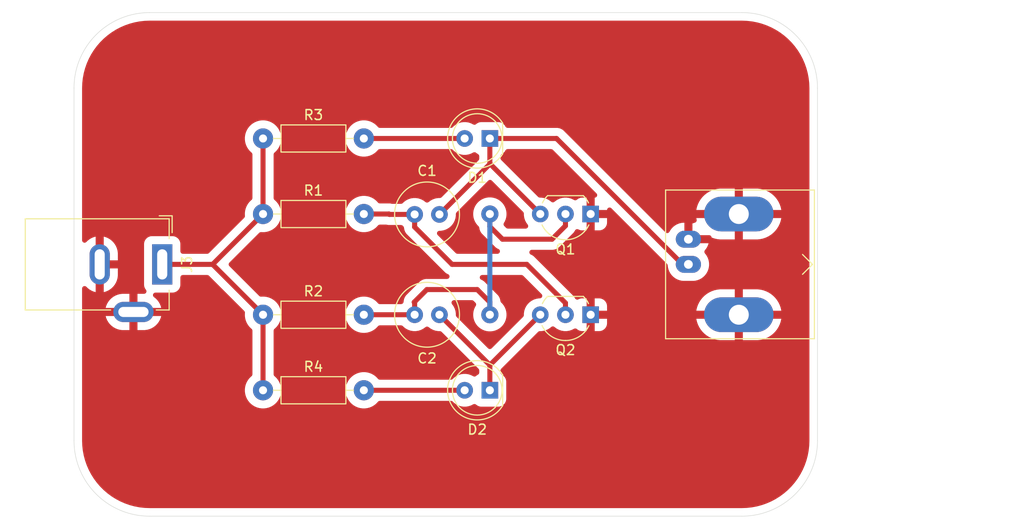
<source format=kicad_pcb>
(kicad_pcb (version 20241229) (generator "pcbnew") (generator_version "9.0")
  (layers (0 "F.Cu" signal) (2 "B.Cu" signal) (13 "F.Paste" user) (15 "B.Paste" user) (5 "F.SilkS" user "F.Silkscreen") (7 "B.SilkS" user "B.Silkscreen") (1 "F.Mask" user) (3 "B.Mask" user) (25 "Edge.Cuts" user))
  (net 0 "")
  (net 1 "Net-(Q2-B)")
  (net 2 "Net-(D1-K)")
  (net 3 "Net-(Q1-B)")
  (net 4 "Net-(D2-K)")
  (net 5 "Net-(D1-A)")
  (net 6 "Net-(D2-A)")
  (net 7 "GND")
  (net 8 "VCC")
  (footprint "Package_TO_SOT_THT:TO-92_Inline_Wide" (layer "F.Cu") (at 101.6 55.88 180)
    (property "Reference" "Q2" (at 2.54 -3.56 180) (layer "F.SilkS"))
    (property "Value" "2N3904")
    (fp_line (start 0.74 1.85) (end 4.34 1.85) (stroke (width 0.12)) (layer "F.SilkS"))
    (fp_arc (start 4.864184 1.122795) (mid 4.633903 1.509328) (end 4.34 1.85) (stroke (width 0.12)) (layer "F.SilkS"))
    (fp_arc (start 2.54 -2.6) (mid 3.936979 -2.192818) (end 4.8964 -1.098807) (stroke (width 0.12)) (layer "F.SilkS"))
    (fp_arc (start 0.74 1.85) (mid 0.446097 1.509328) (end 0.215816 1.122795) (stroke (width 0.12)) (layer "F.SilkS"))
    (fp_arc (start 0.1836 -1.098807) (mid 1.143021 -2.192817) (end 2.54 -2.6) (stroke (width 0.12)) (layer "F.SilkS"))
    (pad "1" thru_hole rect (at 0 0 180) (size 1.6764 1.6764) (drill 0.8128) (layers "*.Cu" "*.Mask") (net 7 "GND"))
    (pad "2" thru_hole circle (at 2.54 0 180) (size 1.6764 1.6764) (drill 0.8128) (layers "*.Cu" "*.Mask") (net 1 "Net-(Q2-B)"))
    (pad "3" thru_hole circle (at 5.08 0 180) (size 1.6764 1.6764) (drill 0.8128) (layers "*.Cu" "*.Mask") (net 4 "Net-(D2-K)"))
  )
  (footprint "Capacitor_THT:C_Radial_D6.3mm_H7.0mm_P2.50mm" (layer "F.Cu") (at 83.86 45.76)
    (property "Reference" "C1" (at 1.25 -4.4 0) (layer "F.SilkS"))
    (property "Value" "4u7")
    (fp_circle (center 1.25 0) (end 4.52 0) (stroke (width 0.12)) (fill no) (layer "F.SilkS"))
    (pad "1" thru_hole circle (at 0 0) (size 1.6764 1.6764) (drill 0.8128) (layers "*.Cu" "*.Mask") (net 1 "Net-(Q2-B)"))
    (pad "2" thru_hole circle (at 2.5 0) (size 1.6764 1.6764) (drill 0.8128) (layers "*.Cu" "*.Mask") (net 2 "Net-(D1-K)"))
  )
  (footprint "Package_TO_SOT_THT:TO-92_Inline_Wide" (layer "F.Cu") (at 101.6 45.72 180)
    (property "Reference" "Q1" (at 2.54 -3.56 180) (layer "F.SilkS"))
    (property "Value" "2N3904")
    (fp_line (start 0.74 1.85) (end 4.34 1.85) (stroke (width 0.12)) (layer "F.SilkS"))
    (fp_arc (start 4.864184 1.122795) (mid 4.633903 1.509328) (end 4.34 1.85) (stroke (width 0.12)) (layer "F.SilkS"))
    (fp_arc (start 2.54 -2.6) (mid 3.936979 -2.192818) (end 4.8964 -1.098807) (stroke (width 0.12)) (layer "F.SilkS"))
    (fp_arc (start 0.74 1.85) (mid 0.446097 1.509328) (end 0.215816 1.122795) (stroke (width 0.12)) (layer "F.SilkS"))
    (fp_arc (start 0.1836 -1.098807) (mid 1.143021 -2.192817) (end 2.54 -2.6) (stroke (width 0.12)) (layer "F.SilkS"))
    (pad "1" thru_hole rect (at 0 0 180) (size 1.6764 1.6764) (drill 0.8128) (layers "*.Cu" "*.Mask") (net 7 "GND"))
    (pad "2" thru_hole circle (at 2.54 0 180) (size 1.6764 1.6764) (drill 0.8128) (layers "*.Cu" "*.Mask") (net 3 "Net-(Q1-B)"))
    (pad "3" thru_hole circle (at 5.08 0 180) (size 1.6764 1.6764) (drill 0.8128) (layers "*.Cu" "*.Mask") (net 2 "Net-(D1-K)"))
  )
  (footprint "Resistor_THT:R_Axial_DIN0207_L6.3mm_D2.5mm_P10.16mm_Horizontal" (layer "F.Cu") (at 68.58 63.5)
    (property "Reference" "R4" (at 5.08 -2.37 0) (layer "F.SilkS"))
    (property "Value" "1k")
    (fp_line (start 1.04 0) (end 1.81 0) (stroke (width 0.12)) (layer "F.SilkS"))
    (fp_line (start 9.12 0) (end 8.35 0) (stroke (width 0.12)) (layer "F.SilkS"))
    (fp_rect (start 1.81 -1.37) (end 8.35 1.37) (stroke (width 0.12)) (fill no) (layer "F.SilkS"))
    (pad "1" thru_hole circle (at 0 0) (size 2.032 2.032) (drill 0.8128) (layers "*.Cu" "*.Mask") (net 8 "VCC"))
    (pad "2" thru_hole circle (at 10.16 0) (size 2.032 2.032) (drill 0.8128) (layers "*.Cu" "*.Mask") (net 6 "Net-(D2-A)"))
  )
  (footprint "LED_THT:LED_D5.0mm_Clear" (layer "F.Cu") (at 91.44 38.1 180)
    (property "Reference" "D1" (at 1.27 -3.96 0) (layer "F.SilkS"))
    (property "Value" "LED")
    (fp_line (start -1.29 -1.545) (end -1.29 1.545) (stroke (width 0.12)) (layer "F.SilkS"))
    (fp_arc (start 4.26 0) (mid 2.071779 2.880495) (end -1.29 1.54483) (stroke (width 0.12)) (layer "F.SilkS"))
    (fp_arc (start -1.29 -1.54483) (mid 2.071779 -2.880495) (end 4.26 0) (stroke (width 0.12)) (layer "F.SilkS"))
    (fp_circle (center 1.27 0) (end 3.77 0) (stroke (width 0.12)) (fill no) (layer "F.SilkS"))
    (pad "1" thru_hole rect (at 0 0 180) (size 1.6764 1.6764) (drill 0.8128) (layers "*.Cu" "*.Mask") (net 2 "Net-(D1-K)"))
    (pad "2" thru_hole circle (at 2.54 0 180) (size 1.6764 1.6764) (drill 0.8128) (layers "*.Cu" "*.Mask") (net 5 "Net-(D1-A)"))
  )
  (footprint "Connector_PinHeader_2.54mm:PinHeader_1x01_P2.54mm_Vertical" (layer "F.Cu") (at 91.44 45.72)
    (property "Reference" "REF**" (hide yes))
    (property "Value" "PinHeader_1x01_P2.54mm_Vertical")
    (pad "1" thru_hole circle (at 0 0) (size 1.7272 1.7272) (drill 0.8128) (layers "*.Cu" "*.Mask") (net 3 "Net-(Q1-B)"))
  )
  (footprint "Resistor_THT:R_Axial_DIN0207_L6.3mm_D2.5mm_P10.16mm_Horizontal" (layer "F.Cu") (at 68.58 45.72)
    (property "Reference" "R1" (at 5.08 -2.37 0) (layer "F.SilkS"))
    (property "Value" "330k")
    (fp_line (start 1.04 0) (end 1.81 0) (stroke (width 0.12)) (layer "F.SilkS"))
    (fp_line (start 9.12 0) (end 8.35 0) (stroke (width 0.12)) (layer "F.SilkS"))
    (fp_rect (start 1.81 -1.37) (end 8.35 1.37) (stroke (width 0.12)) (fill no) (layer "F.SilkS"))
    (pad "1" thru_hole circle (at 0 0) (size 2.032 2.032) (drill 0.8128) (layers "*.Cu" "*.Mask") (net 8 "VCC"))
    (pad "2" thru_hole circle (at 10.16 0) (size 2.032 2.032) (drill 0.8128) (layers "*.Cu" "*.Mask") (net 1 "Net-(Q2-B)"))
  )
  (footprint "Resistor_THT:R_Axial_DIN0207_L6.3mm_D2.5mm_P10.16mm_Horizontal" (layer "F.Cu") (at 68.58 38.1)
    (property "Reference" "R3" (at 5.08 -2.37 0) (layer "F.SilkS"))
    (property "Value" "1k")
    (fp_line (start 1.04 0) (end 1.81 0) (stroke (width 0.12)) (layer "F.SilkS"))
    (fp_line (start 9.12 0) (end 8.35 0) (stroke (width 0.12)) (layer "F.SilkS"))
    (fp_rect (start 1.81 -1.37) (end 8.35 1.37) (stroke (width 0.12)) (fill no) (layer "F.SilkS"))
    (pad "1" thru_hole circle (at 0 0) (size 2.032 2.032) (drill 0.8128) (layers "*.Cu" "*.Mask") (net 8 "VCC"))
    (pad "2" thru_hole circle (at 10.16 0) (size 2.032 2.032) (drill 0.8128) (layers "*.Cu" "*.Mask") (net 5 "Net-(D1-A)"))
  )
  (footprint "Capacitor_THT:C_Radial_D6.3mm_H7.0mm_P2.50mm" (layer "F.Cu") (at 86.36 55.88 180)
    (property "Reference" "C2" (at 1.25 -4.4 0) (layer "F.SilkS"))
    (property "Value" "4u7")
    (fp_circle (center 1.25 0) (end 4.52 0) (stroke (width 0.12)) (fill no) (layer "F.SilkS"))
    (pad "1" thru_hole circle (at 0 0 180) (size 1.6764 1.6764) (drill 0.8128) (layers "*.Cu" "*.Mask") (net 4 "Net-(D2-K)"))
    (pad "2" thru_hole circle (at 2.5 0 180) (size 1.6764 1.6764) (drill 0.8128) (layers "*.Cu" "*.Mask") (net 3 "Net-(Q1-B)"))
  )
  (footprint "Resistor_THT:R_Axial_DIN0207_L6.3mm_D2.5mm_P10.16mm_Horizontal" (layer "F.Cu") (at 68.58 55.88)
    (property "Reference" "R2" (at 5.08 -2.37 0) (layer "F.SilkS"))
    (property "Value" "330k")
    (fp_line (start 1.04 0) (end 1.81 0) (stroke (width 0.12)) (layer "F.SilkS"))
    (fp_line (start 9.12 0) (end 8.35 0) (stroke (width 0.12)) (layer "F.SilkS"))
    (fp_rect (start 1.81 -1.37) (end 8.35 1.37) (stroke (width 0.12)) (fill no) (layer "F.SilkS"))
    (pad "1" thru_hole circle (at 0 0) (size 2.032 2.032) (drill 0.8128) (layers "*.Cu" "*.Mask") (net 8 "VCC"))
    (pad "2" thru_hole circle (at 10.16 0) (size 2.032 2.032) (drill 0.8128) (layers "*.Cu" "*.Mask") (net 3 "Net-(Q1-B)"))
  )
  (footprint "Connector_BarrelJack:BarrelJack_GCT_DCJ200-10-A_Horizontal" (layer "F.Cu") (at 58.42 50.8 -90)
    (property "Reference" "J3" (at 0 -2.5 90) (layer "F.SilkS"))
    (property "Value" "Barrel_Jack_Switch")
    (fp_line (start -4.6 13.8) (end -4.6 -0.7) (stroke (width 0.12)) (layer "F.SilkS"))
    (fp_line (start 4.6 13.8) (end -4.6 13.8) (stroke (width 0.12)) (layer "F.SilkS"))
    (fp_line (start 4.6 5.2) (end 4.6 13.8) (stroke (width 0.12)) (layer "F.SilkS"))
    (fp_line (start -4.6 -0.7) (end -2.6 -0.7) (stroke (width 0.12)) (layer "F.SilkS"))
    (fp_line (start 2.6 -0.7) (end 4.6 -0.7) (stroke (width 0.12)) (layer "F.SilkS"))
    (fp_line (start 4.6 -0.7) (end 4.6 0.6) (stroke (width 0.12)) (layer "F.SilkS"))
    (fp_line (start -4.9 -1) (end -4.9 0.3) (stroke (width 0.12)) (layer "F.SilkS"))
    (fp_line (start -3.2 -1) (end -4.9 -1) (stroke (width 0.12)) (layer "F.SilkS"))
    (pad "1" thru_hole rect (at 0 0 270) (size 4.064 2.032) (drill oval 3.048 1.016) (layers "*.Cu" "*.Mask") (net 8 "VCC"))
    (pad "2" thru_hole oval (at 0 6.3 270) (size 4.064 2.032) (drill oval 3.048 1.016) (layers "*.Cu" "*.Mask") (net 7 "GND"))
    (pad "3" thru_hole oval (at 4.8 2.9 270) (size 2.032 4.064) (drill oval 1.016 3.048) (layers "*.Cu" "*.Mask") (net 7 "GND"))
  )
  (footprint "" (layer "F.Cu") (at 91.44 55.88)
    (property "Reference" "" (at 0 0 0) (layer "F.SilkS") (effects (font (size 1.27 1.27))))
    (property "Value" "")
    (pad "1" thru_hole circle (at 0 0) (size 1.7272 1.7272) (drill 0.8128) (layers "*.Cu" "*.Mask") (net 3 "Net-(Q1-B)"))
  )
  (footprint "LED_THT:LED_D5.0mm_Clear" (layer "F.Cu") (at 91.44 63.5 180)
    (property "Reference" "D2" (at 1.27 -3.96 0) (layer "F.SilkS"))
    (property "Value" "LED")
    (fp_line (start -1.29 -1.545) (end -1.29 1.545) (stroke (width 0.12)) (layer "F.SilkS"))
    (fp_arc (start 4.26 0) (mid 2.071779 2.880495) (end -1.29 1.54483) (stroke (width 0.12)) (layer "F.SilkS"))
    (fp_arc (start -1.29 -1.54483) (mid 2.071779 -2.880495) (end 4.26 0) (stroke (width 0.12)) (layer "F.SilkS"))
    (fp_circle (center 1.27 0) (end 3.77 0) (stroke (width 0.12)) (fill no) (layer "F.SilkS"))
    (pad "1" thru_hole rect (at 0 0 180) (size 1.6764 1.6764) (drill 0.8128) (layers "*.Cu" "*.Mask") (net 4 "Net-(D2-K)"))
    (pad "2" thru_hole circle (at 2.54 0 180) (size 1.6764 1.6764) (drill 0.8128) (layers "*.Cu" "*.Mask") (net 6 "Net-(D2-A)"))
  )
  (footprint "Connector_Coaxial:BNC_Amphenol_B6252HB-NPP3G-50_Horizontal" (layer "F.Cu") (at 111.45 50.8 -90)
    (property "Reference" "J1" (hide yes))
    (property "Value" "Conn_Coaxial")
    (fp_line (start -7.5 2.3) (end -7.5 -12.7) (stroke (width 0.12)) (layer "F.SilkS"))
    (fp_line (start 7.5 2.3) (end -7.5 2.3) (stroke (width 0.12)) (layer "F.SilkS"))
    (fp_line (start 0 -12.5) (end -1 -11.5) (stroke (width 0.12)) (layer "F.SilkS"))
    (fp_line (start 0 -12.5) (end 1 -11.5) (stroke (width 0.12)) (layer "F.SilkS"))
    (fp_line (start -7.5 -12.7) (end 7.5 -12.7) (stroke (width 0.12)) (layer "F.SilkS"))
    (fp_line (start 7.5 -12.7) (end 7.5 2.3) (stroke (width 0.12)) (layer "F.SilkS"))
    (pad "1" thru_hole oval (at 0 0 270) (size 1.7018 2.54) (drill 0.889) (layers "*.Cu" "*.Mask") (net 2 "Net-(D1-K)"))
    (pad "2" thru_hole oval (at -5.08 -5.08 270) (size 3.5 7) (drill 2.01) (layers "*.Cu" "*.Mask") (net 7 "GND"))
    (pad "2" thru_hole oval (at -2.54 0 270) (size 1.7018 2.54) (drill 0.889) (layers "*.Cu" "*.Mask") (net 7 "GND"))
    (pad "2" thru_hole oval (at 5.08 -5.08 270) (size 3.5 7) (drill 2.01) (layers "*.Cu" "*.Mask") (net 7 "GND"))
  )
  (gr_line (start 49.53 68.58) (end 49.53 33.02) (stroke (width 0.05)) (layer "Edge.Cuts"))
  (gr_arc (start 57.15 76.2) (mid 51.761846 73.968154) (end 49.53 68.58) (stroke (width 0.05)) (layer "Edge.Cuts"))
  (gr_line (start 57.15 25.4) (end 116.84 25.4) (stroke (width 0.05)) (layer "Edge.Cuts"))
  (gr_line (start 116.84 76.2) (end 57.15 76.2) (stroke (width 0.05)) (layer "Edge.Cuts"))
  (gr_arc (start 124.46 68.58) (mid 122.228154 73.968154) (end 116.84 76.2) (stroke (width 0.05)) (layer "Edge.Cuts"))
  (gr_line (start 124.46 33.02) (end 124.46 68.58) (stroke (width 0.05)) (layer "Edge.Cuts"))
  (gr_arc (start 116.84 25.4) (mid 122.228154 27.631846) (end 124.46 33.02) (stroke (width 0.05)) (layer "Edge.Cuts"))
  (gr_arc (start 49.53 33.02) (mid 51.761846 27.631846) (end 57.15 25.4) (stroke (width 0.05)) (layer "Edge.Cuts"))
  (segment (start 87.63 50.8) (end 95.165393 50.8) (width 0.508) (layer "F.Cu") (net 1))
  (segment (start 81.32 45.76) (end 83.86 45.76) (width 0.508) (layer "F.Cu") (net 1))
  (segment (start 78.74 45.72) (end 81.28 45.72) (width 0.508) (layer "F.Cu") (net 1))
  (segment (start 81.28 45.72) (end 81.32 45.76) (width 0.508) (layer "F.Cu") (net 1))
  (segment (start 99.06 54.694607) (end 99.06 55.88) (width 0.508) (layer "F.Cu") (net 1))
  (segment (start 83.86 47.03) (end 87.63 50.8) (width 0.508) (layer "F.Cu") (net 1))
  (segment (start 95.165393 50.8) (end 99.06 54.694607) (width 0.508) (layer "F.Cu") (net 1))
  (segment (start 83.86 45.76) (end 83.86 47.03) (width 0.508) (layer "F.Cu") (net 1))
  (segment (start 98.157448 38.1) (end 110.857448 50.8) (width 0.508) (layer "F.Cu") (net 2))
  (segment (start 91.48 40.68) (end 96.52 45.72) (width 0.508) (layer "F.Cu") (net 2))
  (segment (start 110.857448 50.8) (end 111.45 50.8) (width 0.508) (layer "F.Cu") (net 2))
  (segment (start 91.44 40.68) (end 91.48 40.68) (width 0.508) (layer "F.Cu") (net 2))
  (segment (start 91.44 38.1) (end 98.157448 38.1) (width 0.508) (layer "F.Cu") (net 2))
  (segment (start 91.44 38.1) (end 91.44 40.68) (width 0.508) (layer "F.Cu") (net 2))
  (segment (start 91.44 40.68) (end 86.36 45.76) (width 0.508) (layer "F.Cu") (net 2))
  (segment (start 97.705393 48.26) (end 99.06 46.905393) (width 0.508) (layer "F.Cu") (net 3))
  (segment (start 90.17 53.34) (end 85.09 53.34) (width 0.508) (layer "F.Cu") (net 3))
  (segment (start 83.86 54.65) (end 83.86 55.88) (width 0.508) (layer "F.Cu") (net 3))
  (segment (start 78.74 55.88) (end 83.86 55.88) (width 0.508) (layer "F.Cu") (net 3))
  (segment (start 85.09 53.34) (end 83.82 54.61) (width 0.508) (layer "F.Cu") (net 3))
  (segment (start 91.44 54.61) (end 90.17 53.34) (width 0.508) (layer "F.Cu") (net 3))
  (segment (start 91.44 45.72) (end 91.44 46.99) (width 0.508) (layer "F.Cu") (net 3))
  (segment (start 91.44 46.99) (end 92.71 48.26) (width 0.508) (layer "F.Cu") (net 3))
  (segment (start 91.44 55.88) (end 91.44 54.61) (width 0.508) (layer "F.Cu") (net 3))
  (segment (start 83.82 54.61) (end 83.86 54.65) (width 0.508) (layer "F.Cu") (net 3))
  (segment (start 92.71 48.26) (end 97.705393 48.26) (width 0.508) (layer "F.Cu") (net 3))
  (segment (start 99.06 46.905393) (end 99.06 45.72) (width 0.508) (layer "F.Cu") (net 3))
  (segment (start 91.44 45.72) (end 91.44 55.88) (width 0.508) (layer "B.Cu") (net 3))
  (segment (start 86.36 55.88) (end 91.44 60.96) (width 0.508) (layer "F.Cu") (net 4))
  (segment (start 96.52 55.88) (end 91.44 60.96) (width 0.508) (layer "F.Cu") (net 4))
  (segment (start 91.44 60.96) (end 91.44 63.5) (width 0.508) (layer "F.Cu") (net 4))
  (segment (start 78.74 38.1) (end 88.9 38.1) (width 0.508) (layer "F.Cu") (net 5))
  (segment (start 78.74 63.5) (end 88.9 63.5) (width 0.508) (layer "F.Cu") (net 6))
  (segment (start 68.58 63.5) (end 68.58 55.88) (width 0.508) (layer "F.Cu") (net 8))
  (segment (start 68.58 55.88) (end 63.5 50.8) (width 0.508) (layer "F.Cu") (net 8))
  (segment (start 63.5 50.8) (end 68.58 45.72) (width 0.508) (layer "F.Cu") (net 8))
  (segment (start 68.58 38.1) (end 68.58 45.72) (width 0.508) (layer "F.Cu") (net 8))
  (segment (start 63.5 50.8) (end 58.42 50.8) (width 0.508) (layer "F.Cu") (net 8))
  (zone (net 7) (net_name "GND") (layer "F.Cu") (connect_pads (clearance 0.8128)) (min_thickness 0.508) (fill yes (thermal_gap 0.8128) (thermal_bridge_width 0.8128) (island_removal_mode 1) (island_area_min 9.999998))
    (polygon (pts (xy 44.45 24.13) (xy 44.45 77.47) (xy 127 77.47) (xy 127 24.13)))
  )
)
</source>
